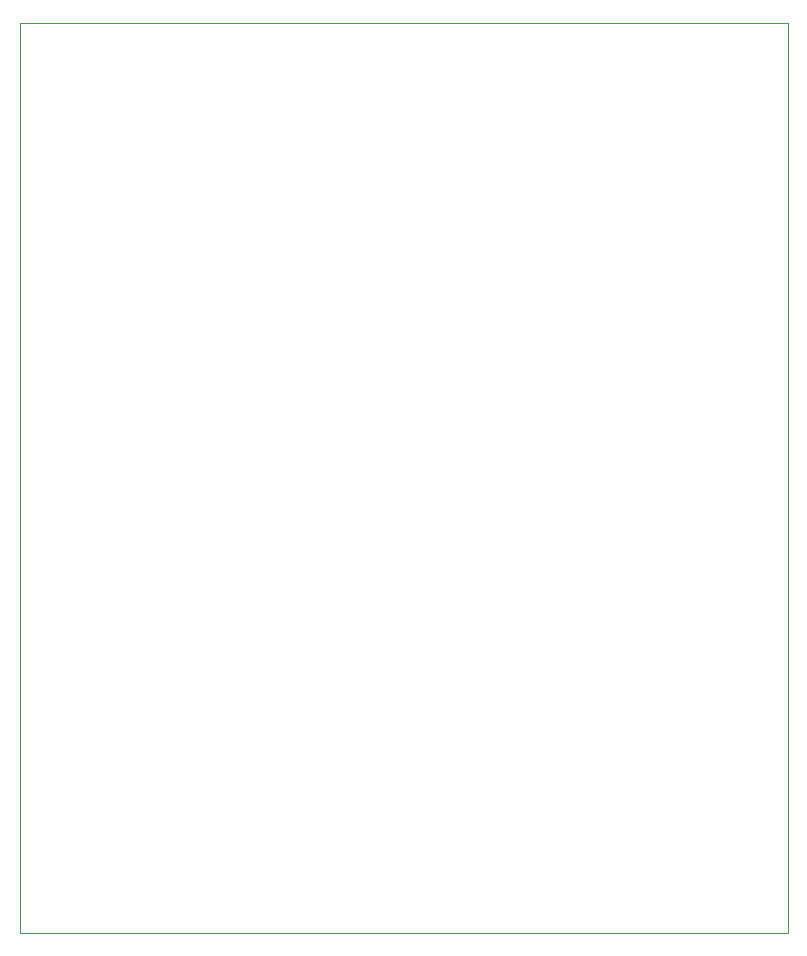
<source format=gm1>
G04 #@! TF.GenerationSoftware,KiCad,Pcbnew,(5.1.4)-1*
G04 #@! TF.CreationDate,2019-12-09T14:47:43+01:00*
G04 #@! TF.ProjectId,teensy4_header_breakout,7465656e-7379-4345-9f68-65616465725f,rev?*
G04 #@! TF.SameCoordinates,Original*
G04 #@! TF.FileFunction,Profile,NP*
%FSLAX46Y46*%
G04 Gerber Fmt 4.6, Leading zero omitted, Abs format (unit mm)*
G04 Created by KiCad (PCBNEW (5.1.4)-1) date 2019-12-09 14:47:43*
%MOMM*%
%LPD*%
G04 APERTURE LIST*
%ADD10C,0.100000*%
G04 APERTURE END LIST*
D10*
X110568880Y-71643240D02*
X110568880Y-148643240D01*
X175575000Y-71643240D02*
X110568880Y-71643240D01*
X175575000Y-148643240D02*
X175575000Y-71643240D01*
X110568880Y-148643240D02*
X175575000Y-148643240D01*
M02*

</source>
